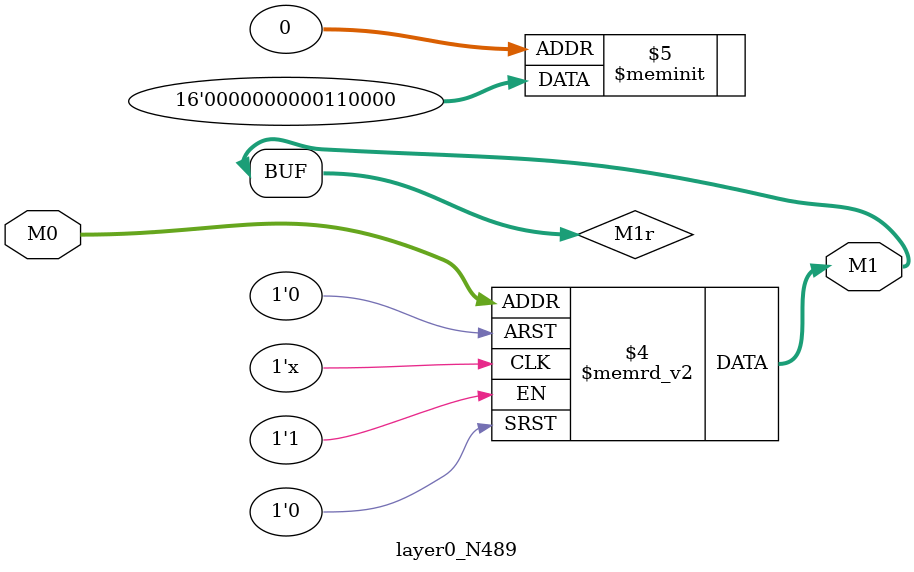
<source format=v>
module layer0_N489 ( input [2:0] M0, output [1:0] M1 );

	(*rom_style = "distributed" *) reg [1:0] M1r;
	assign M1 = M1r;
	always @ (M0) begin
		case (M0)
			3'b000: M1r = 2'b00;
			3'b100: M1r = 2'b00;
			3'b010: M1r = 2'b11;
			3'b110: M1r = 2'b00;
			3'b001: M1r = 2'b00;
			3'b101: M1r = 2'b00;
			3'b011: M1r = 2'b00;
			3'b111: M1r = 2'b00;

		endcase
	end
endmodule

</source>
